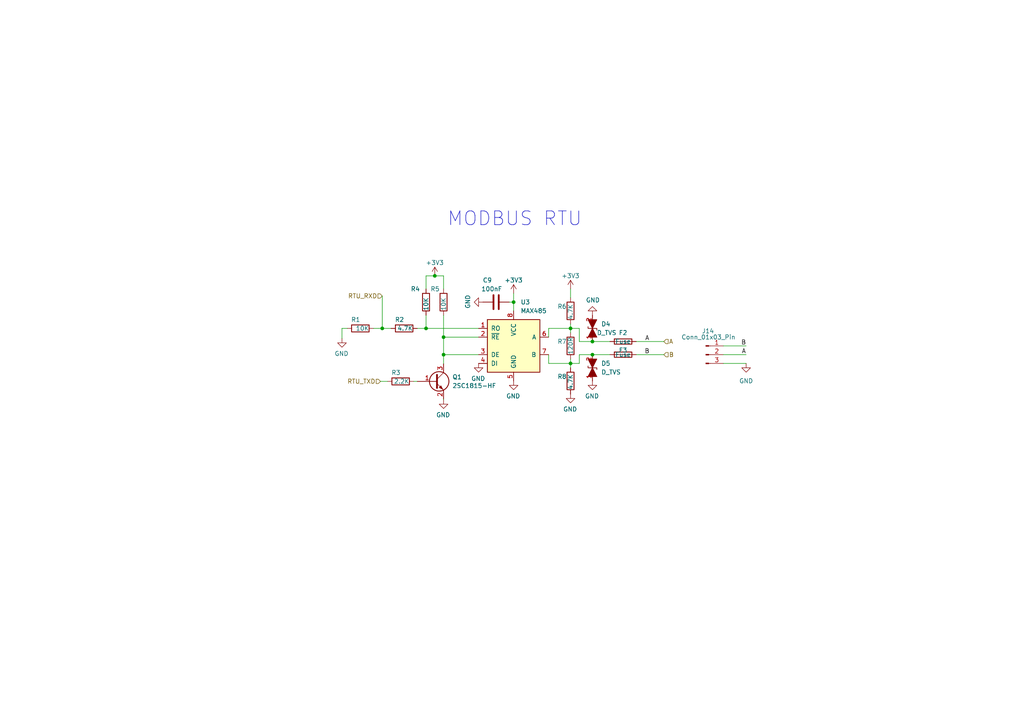
<source format=kicad_sch>
(kicad_sch (version 20230121) (generator eeschema)
  (paper "A4")
  (lib_symbols
    (symbol "Connector:Conn_01x03_Pin" (pin_names (offset 1.016) hide)
      (property "Reference" "J" (at 0 5.08 0))
      (property "Value" "Conn_01x03_Pin" (at 0 -5.08 0))
      (symbol "Conn_01x03_Pin_1_1"
        (polyline (pts (xy 1.27 -2.54) (xy 0.8636 -2.54)) (stroke (width 0.1524)))
        (polyline (pts (xy 1.27 0) (xy 0.8636 0)) (stroke (width 0.1524)))
        (polyline (pts (xy 1.27 2.54) (xy 0.8636 2.54)) (stroke (width 0.1524)))
        (rectangle (start 0.8636 -2.413) (end 0 -2.667) (stroke (width 0.1524)) (fill (type outline)))
        (rectangle (start 0.8636 0.127) (end 0 -0.127) (stroke (width 0.1524)) (fill (type outline)))
        (rectangle (start 0.8636 2.667) (end 0 2.413) (stroke (width 0.1524)) (fill (type outline)))
        (pin passive line (at 5.08 2.54 180) (length 3.81) (name "Pin_1") (number "1"))
        (pin passive line (at 5.08 0 180) (length 3.81) (name "Pin_2") (number "2"))
        (pin passive line (at 5.08 -2.54 180) (length 3.81) (name "Pin_3") (number "3"))
      )
    )
    (symbol "Device:C" (pin_numbers hide) (pin_names (offset 0.254))
      (property "Reference" "C" (at 0.635 2.54 0))
      (property "Value" "C" (at 0.635 -2.54 0))
      (symbol "C_0_1"
        (polyline (pts (xy -2.032 -0.762) (xy 2.032 -0.762)) (stroke (width 0.508)))
        (polyline (pts (xy -2.032 0.762) (xy 2.032 0.762)) (stroke (width 0.508)))
      )
      (symbol "C_1_1"
        (pin passive line (at 0 3.81 270) (length 2.794) (name "~") (number "1"))
        (pin passive line (at 0 -3.81 90) (length 2.794) (name "~") (number "2"))
      )
    )
    (symbol "Device:Fuse" (pin_numbers hide) (pin_names (offset 0))
      (property "Reference" "F" (at 2.032 0 90))
      (property "Value" "Fuse" (at -1.905 0 90))
      (symbol "Fuse_0_1"
        (rectangle (start -0.762 -2.54) (end 0.762 2.54) (stroke (width 0.254)))
        (polyline (pts (xy 0 2.54) (xy 0 -2.54)))
      )
      (symbol "Fuse_1_1"
        (pin passive line (at 0 3.81 270) (length 1.27) (name "~") (number "1"))
        (pin passive line (at 0 -3.81 90) (length 1.27) (name "~") (number "2"))
      )
    )
    (symbol "Device:Q_NPN_BEC" (pin_names (offset 0) hide)
      (property "Reference" "Q" (at 5.08 1.27 0))
      (property "Value" "Q_NPN_BEC" (at 5.08 -1.27 0))
      (symbol "Q_NPN_BEC_0_1"
        (polyline (pts (xy 0.635 0.635) (xy 2.54 2.54)))
        (polyline (pts (xy 0.635 -0.635) (xy 2.54 -2.54) (xy 2.54 -2.54)))
        (polyline (pts (xy 0.635 1.905) (xy 0.635 -1.905) (xy 0.635 -1.905)) (stroke (width 0.508)))
        (polyline (pts (xy 1.27 -1.778) (xy 1.778 -1.27) (xy 2.286 -2.286) (xy 1.27 -1.778) (xy 1.27 -1.778)) (fill (type outline)))
        (circle (center 1.27 0) (radius 2.8194) (stroke (width 0.254)))
      )
      (symbol "Q_NPN_BEC_1_1"
        (pin input line (at -5.08 0 0) (length 5.715) (name "B") (number "1"))
        (pin passive line (at 2.54 -5.08 90) (length 2.54) (name "E") (number "2"))
        (pin passive line (at 2.54 5.08 270) (length 2.54) (name "C") (number "3"))
      )
    )
    (symbol "Device:R" (pin_numbers hide) (pin_names (offset 0))
      (property "Reference" "R" (at 2.032 0 90))
      (property "Value" "R" (at 0 0 90))
      (symbol "R_0_1"
        (rectangle (start -1.016 -2.54) (end 1.016 2.54) (stroke (width 0.254)))
      )
      (symbol "R_1_1"
        (pin passive line (at 0 3.81 270) (length 1.27) (name "~") (number "1"))
        (pin passive line (at 0 -3.81 90) (length 1.27) (name "~") (number "2"))
      )
    )
    (symbol "GND_1" (power) (pin_names (offset 0))
      (property "Value" "GND_1" (at 0 -3.81 0))
      (symbol "GND_1_0_1"
        (polyline (pts (xy 0 0) (xy 0 -1.27) (xy 1.27 -1.27) (xy 0 -2.54) (xy -1.27 -1.27) (xy 0 -1.27)))
      )
      (symbol "GND_1_1_1"
        (pin power_in line (at 0 0 270) (length 0) hide (name "GND") (number "1"))
      )
    )
    (symbol "ph_kicad_lib:D_TVS" (pin_names (offset 1.016) hide)
      (property "Reference" "D" (at 0 2.54 0))
      (property "Value" "D_TVS" (at 0 -2.54 0))
      (symbol "D_TVS_0_1"
        (polyline (pts (xy 1.27 0) (xy -1.27 0)))
        (polyline (pts (xy -2.54 -1.27) (xy 0 0) (xy -2.54 1.27) (xy -2.54 -1.27)) (stroke (width 0.2032)) (fill (type outline)))
        (polyline (pts (xy 0.508 1.27) (xy 0 1.27) (xy 0 -1.27) (xy -0.508 -1.27)) (stroke (width 0.2032)))
        (polyline (pts (xy 2.54 1.27) (xy 2.54 -1.27) (xy 0 0) (xy 2.54 1.27)) (stroke (width 0.2032)) (fill (type outline)))
      )
      (symbol "D_TVS_1_1"
        (pin passive line (at -3.81 0 0) (length 2.54) (name "A1") (number "1"))
        (pin passive line (at 3.81 0 180) (length 2.54) (name "A2") (number "2"))
      )
    )
    (symbol "ph_kicad_lib:MAX485_SMD" (pin_names (offset 1.016))
      (property "Reference" "U" (at -7.62 8.89 0))
      (property "Value" "MAX485_SMD" (at 2.54 8.89 0))
      (symbol "MAX485_SMD_0_1"
        (rectangle (start -7.62 7.62) (end 7.62 -7.62) (stroke (width 0.254)) (fill (type background)))
      )
      (symbol "MAX485_SMD_1_1"
        (pin output line (at -10.16 5.08 0) (length 2.54) (name "RO") (number "1"))
        (pin input line (at -10.16 2.54 0) (length 2.54) (name "~{RE}") (number "2"))
        (pin input line (at -10.16 -2.54 0) (length 2.54) (name "DE") (number "3"))
        (pin input line (at -10.16 -5.08 0) (length 2.54) (name "DI") (number "4"))
        (pin passive line (at 0 -10.16 90) (length 2.54) (name "GND") (number "5"))
        (pin bidirectional line (at 10.16 2.54 180) (length 2.54) (name "A") (number "6"))
        (pin bidirectional line (at 10.16 -2.54 180) (length 2.54) (name "B") (number "7"))
        (pin passive line (at 0 10.16 270) (length 2.54) (name "VCC") (number "8"))
      )
    )
    (symbol "power:+3V3" (power) (pin_names (offset 0))
      (property "Value" "+3V3" (at 0 3.556 0))
      (symbol "+3V3_0_1"
        (polyline (pts (xy -0.762 1.27) (xy 0 2.54)))
        (polyline (pts (xy 0 0) (xy 0 2.54)))
        (polyline (pts (xy 0 2.54) (xy 0.762 1.27)))
      )
      (symbol "+3V3_1_1"
        (pin power_in line (at 0 0 90) (length 0) hide (name "+3V3") (number "1"))
      )
    )
    (symbol "power:GND" (power) (pin_names (offset 0))
      (property "Value" "GND" (at 0 -3.81 0))
      (symbol "GND_0_1"
        (polyline (pts (xy 0 0) (xy 0 -1.27) (xy 1.27 -1.27) (xy 0 -2.54) (xy -1.27 -1.27) (xy 0 -1.27)))
      )
      (symbol "GND_1_1"
        (pin power_in line (at 0 0 270) (length 0) hide (name "GND") (number "1"))
      )
    )
  )
  (junction (at 126.111 80.01))
  (junction (at 128.651 97.79))
  (junction (at 171.831 102.87))
  (junction (at 128.651 102.87))
  (junction (at 110.871 95.25))
  (junction (at 171.831 99.06))
  (junction (at 165.481 105.41))
  (junction (at 165.481 95.25))
  (junction (at 123.571 95.25))
  (junction (at 148.971 87.63))
  (wire (pts (xy 148.971 85.09) (xy 148.971 87.63)))
  (wire (pts (xy 171.831 99.06) (xy 176.911 99.06)))
  (wire (pts (xy 159.131 105.41) (xy 165.481 105.41)))
  (wire (pts (xy 123.571 95.25) (xy 138.811 95.25)))
  (wire (pts (xy 159.131 97.79) (xy 159.131 95.25)))
  (wire (pts (xy 128.651 105.537) (xy 128.651 102.87)))
  (wire (pts (xy 148.971 87.63) (xy 147.701 87.63)))
  (wire (pts (xy 168.021 99.06) (xy 168.021 95.25)))
  (wire (pts (xy 165.481 104.14) (xy 165.481 105.41)))
  (wire (pts (xy 121.031 95.25) (xy 123.571 95.25)))
  (wire (pts (xy 128.651 97.79) (xy 128.651 102.87)))
  (wire (pts (xy 99.187 98.171) (xy 99.187 95.25)))
  (wire (pts (xy 209.804 102.87) (xy 216.408 102.87)))
  (wire (pts (xy 159.131 95.25) (xy 165.481 95.25)))
  (wire (pts (xy 128.651 97.79) (xy 138.811 97.79)))
  (wire (pts (xy 165.481 105.41) (xy 168.021 105.41)))
  (wire (pts (xy 110.871 85.852) (xy 110.871 95.25)))
  (wire (pts (xy 123.571 91.44) (xy 123.571 95.25)))
  (wire (pts (xy 128.651 91.44) (xy 128.651 97.79)))
  (wire (pts (xy 165.481 105.41) (xy 165.481 106.68)))
  (wire (pts (xy 128.651 115.697) (xy 128.651 115.951)))
  (wire (pts (xy 126.111 80.01) (xy 128.651 80.01)))
  (wire (pts (xy 110.363 110.617) (xy 112.395 110.617)))
  (wire (pts (xy 123.571 83.82) (xy 123.571 80.01)))
  (wire (pts (xy 120.015 110.617) (xy 121.031 110.617)))
  (wire (pts (xy 110.871 95.25) (xy 113.411 95.25)))
  (wire (pts (xy 176.911 102.87) (xy 171.831 102.87)))
  (wire (pts (xy 165.481 95.25) (xy 168.021 95.25)))
  (wire (pts (xy 99.187 95.25) (xy 100.711 95.25)))
  (wire (pts (xy 128.651 80.01) (xy 128.651 83.82)))
  (wire (pts (xy 148.971 90.17) (xy 148.971 87.63)))
  (wire (pts (xy 165.481 93.98) (xy 165.481 95.25)))
  (wire (pts (xy 128.651 102.87) (xy 138.811 102.87)))
  (wire (pts (xy 168.021 102.87) (xy 168.021 105.41)))
  (wire (pts (xy 108.331 95.25) (xy 110.871 95.25)))
  (wire (pts (xy 209.804 105.41) (xy 216.408 105.41)))
  (wire (pts (xy 184.531 102.87) (xy 192.532 102.87)))
  (wire (pts (xy 209.804 100.33) (xy 216.408 100.33)))
  (wire (pts (xy 123.571 80.01) (xy 126.111 80.01)))
  (wire (pts (xy 184.531 99.06) (xy 192.532 99.06)))
  (wire (pts (xy 171.831 99.06) (xy 168.021 99.06)))
  (wire (pts (xy 159.131 105.41) (xy 159.131 102.87)))
  (wire (pts (xy 165.481 95.25) (xy 165.481 96.52)))
  (wire (pts (xy 171.831 102.87) (xy 168.021 102.87)))
  (wire (pts (xy 165.481 83.82) (xy 165.481 86.36)))
  (text "MODBUS RTU" (at 129.667 65.913 0) (effects (font (size 4 4)) (justify left bottom)))
  (label "A" (at 187.071 99.06 0))
  (label "B" (at 214.948 100.33 0))
  (label "A" (at 215.0967 102.87 0))
  (label "B" (at 186.944 102.87 0))
  (hierarchical_label "RTU_TXD" (shape input) (at 110.363 110.617 180))
  (hierarchical_label "A" (shape input) (at 192.532 99.06 0))
  (hierarchical_label "B" (shape input) (at 192.532 102.87 0))
  (hierarchical_label "RTU_RXD" (shape input) (at 110.871 85.852 180))
  (symbol (lib_id "Device:R") (at 165.481 110.49 0) (unit 1)
    (property "Reference" "R8" (at 161.671 109.22 0) (effects (justify left)))
    (property "Value" "4.7K" (at 165.481 113.03 90) (effects (justify left)))
    (property "Footprint" "Resistor_SMD:R_0805_2012Metric" (effects hide))
    (instances (project "Esp32_Modbus_Relay_hw_V2" (path "" (reference "R8") (unit 1))) (project "ph_node_sensor_modbus_rtu_temp_humi_tvoc_eco2_hw" (path "" (reference "R16") (unit 1))) (project "ph_portable_refrigerator_v2_hw" (path "" (reference "R55") (unit 1))))
  )
  (symbol (lib_id "Device:R") (at 123.571 87.63 0) (unit 1)
    (property "Reference" "R4" (at 119.126 83.82 0) (effects (justify left)))
    (property "Value" "10K" (at 123.571 90.17 90) (effects (justify left)))
    (property "Footprint" "Resistor_SMD:R_0805_2012Metric" (effects hide))
    (instances (project "Esp32_Modbus_Relay_hw_V2" (path "" (reference "R4") (unit 1))) (project "ph_node_sensor_modbus_rtu_temp_humi_tvoc_eco2_hw" (path "" (reference "R12") (unit 1))) (project "ph_portable_refrigerator_v2_hw" (path "" (reference "R51") (unit 1))))
  )
  (symbol (lib_id "power:GND") (at 138.811 105.41 0) (mirror y) (unit 1)
    (property "Reference" "#PWR034" (effects hide))
    (property "Value" "GND" (at 138.684 109.8042 0))
    (instances (project "Esp32_Presence_Sensor_hw" (path "" (reference "#PWR034") (unit 1))) (project "Esp32_Modbus_Relay_hw_V2" (path "" (reference "#PWR018") (unit 1))) (project "ph_portable_refrigerator_v2_hw" (path "" (reference "#PWR0122") (unit 1))))
  )
  (symbol (lib_id "ph_kicad_lib:D_TVS") (at 171.831 95.25 90) (unit 1)
    (property "Reference" "D4" (at 174.371 93.9799 90) (effects (justify right)))
    (property "Value" "D_TVS" (at 173.101 96.52 90) (effects (justify right)))
    (property "Footprint" "Diode_SMD:D_SMA" (effects hide))
    (property "Desc" "TVS DIODE 36VWM 58.1VC SMA" (effects hide))
    (property "Link" "https://thegioiic.com/products/smaj36a" (effects hide))
    (instances (project "Esp32_Modbus_Relay_hw_V2" (path "" (reference "D4") (unit 1))) (project "ph_node_sensor_modbus_rtu_temp_humi_tvoc_eco2_hw" (path "" (reference "D4") (unit 1))) (project "ph_portable_refrigerator_v2_hw" (path "" (reference "D10") (unit 1))))
  )
  (symbol (lib_id "Device:R") (at 165.481 100.33 0) (unit 1)
    (property "Reference" "R7" (at 161.671 99.06 0) (effects (justify left)))
    (property "Value" "120R" (at 165.481 102.87 90) (effects (justify left)))
    (property "Footprint" "Resistor_SMD:R_0805_2012Metric" (effects hide))
    (instances (project "Esp32_Modbus_Relay_hw_V2" (path "" (reference "R7") (unit 1))) (project "ph_node_sensor_modbus_rtu_temp_humi_tvoc_eco2_hw" (path "" (reference "R15") (unit 1))) (project "ph_portable_refrigerator_v2_hw" (path "" (reference "R54") (unit 1))))
  )
  (symbol (lib_id "power:GND") (at 171.831 91.44 0) (mirror x) (unit 1)
    (property "Reference" "#PWR034" (effects hide))
    (property "Value" "GND" (at 171.958 87.0458 0))
    (instances (project "Esp32_Presence_Sensor_hw" (path "" (reference "#PWR034") (unit 1))) (project "Esp32_Modbus_Relay_hw_V2" (path "" (reference "#PWR023") (unit 1))) (project "ph_portable_refrigerator_v2_hw" (path "" (reference "#PWR0128") (unit 1))))
  )
  (symbol (lib_name "GND_1") (lib_id "power:GND") (at 216.408 105.41 0) (unit 1)
    (property "Reference" "#PWR0130" (effects hide))
    (property "Value" "GND" (at 216.408 110.49 0))
  )
  (symbol (lib_id "power:GND") (at 99.187 98.171 0) (mirror y) (unit 1)
    (property "Reference" "#PWR034" (effects hide))
    (property "Value" "GND" (at 99.06 102.5652 0))
    (instances (project "Esp32_Presence_Sensor_hw" (path "" (reference "#PWR034") (unit 1))) (project "Esp32_Modbus_Relay_hw_V2" (path "" (reference "#PWR08") (unit 1))) (project "ph_portable_refrigerator_v2_hw" (path "" (reference "#PWR0119") (unit 1))))
  )
  (symbol (lib_id "Connector:Conn_01x03_Pin") (at 204.724 102.87 0) (unit 1)
    (property "Reference" "J14" (at 205.359 96.012 0))
    (property "Value" "Conn_01x03_Pin" (at 205.486 97.79 0))
    (property "Footprint" "Connector_JST:JST_EH_S3B-EH_1x03_P2.50mm_Horizontal" (effects hide))
  )
  (symbol (lib_id "power:+3V3") (at 165.481 83.82 0) (unit 1)
    (property "Reference" "#PWR0107" (effects hide))
    (property "Value" "+3V3" (at 165.481 80.01 0))
  )
  (symbol (lib_id "power:+3V3") (at 148.971 85.09 0) (unit 1)
    (property "Reference" "#PWR037" (effects hide))
    (property "Value" "+3V3" (at 148.971 81.28 0))
  )
  (symbol (lib_id "power:GND") (at 148.971 110.49 0) (mirror y) (unit 1)
    (property "Reference" "#PWR034" (effects hide))
    (property "Value" "GND" (at 148.844 114.8842 0))
    (instances (project "Esp32_Presence_Sensor_hw" (path "" (reference "#PWR034") (unit 1))) (project "Esp32_Modbus_Relay_hw_V2" (path "" (reference "#PWR017") (unit 1))) (project "ph_portable_refrigerator_v2_hw" (path "" (reference "#PWR0125") (unit 1))))
  )
  (symbol (lib_id "Device:C") (at 143.891 87.63 90) (unit 1)
    (property "Reference" "C9" (at 141.351 81.28 90))
    (property "Value" "100nF" (at 142.621 83.82 90))
    (property "Footprint" "Capacitor_SMD:C_0805_2012Metric" (effects hide))
    (instances (project "Esp32_Modbus_Relay_hw_V2" (path "" (reference "C9") (unit 1))) (project "ph_node_sensor_modbus_rtu_temp_humi_tvoc_eco2_hw" (path "" (reference "C24") (unit 1))) (project "ph_portable_refrigerator_v2_hw" (path "" (reference "C40") (unit 1))))
  )
  (symbol (lib_id "power:GND") (at 140.081 87.63 270) (mirror x) (unit 1)
    (property "Reference" "#PWR034" (effects hide))
    (property "Value" "GND" (at 135.6868 87.503 0))
    (instances (project "Esp32_Presence_Sensor_hw" (path "" (reference "#PWR034") (unit 1))) (project "Esp32_Modbus_Relay_hw_V2" (path "" (reference "#PWR024") (unit 1))) (project "ph_portable_refrigerator_v2_hw" (path "" (reference "#PWR0123") (unit 1))))
  )
  (symbol (lib_id "power:GND") (at 165.481 114.3 0) (mirror y) (unit 1)
    (property "Reference" "#PWR034" (effects hide))
    (property "Value" "GND" (at 165.354 118.6942 0))
    (instances (project "Esp32_Presence_Sensor_hw" (path "" (reference "#PWR034") (unit 1))) (project "Esp32_Modbus_Relay_hw_V2" (path "" (reference "#PWR019") (unit 1))) (project "ph_portable_refrigerator_v2_hw" (path "" (reference "#PWR0127") (unit 1))))
  )
  (symbol (lib_id "Device:R") (at 165.481 90.17 0) (unit 1)
    (property "Reference" "R6" (at 161.671 88.9 0) (effects (justify left)))
    (property "Value" "4.7K" (at 165.481 92.71 90) (effects (justify left)))
    (property "Footprint" "Resistor_SMD:R_0805_2012Metric" (effects hide))
    (instances (project "Esp32_Modbus_Relay_hw_V2" (path "" (reference "R6") (unit 1))) (project "ph_node_sensor_modbus_rtu_temp_humi_tvoc_eco2_hw" (path "" (reference "R14") (unit 1))) (project "ph_portable_refrigerator_v2_hw" (path "" (reference "R53") (unit 1))))
  )
  (symbol (lib_id "Device:Q_NPN_BEC") (at 126.111 110.617 0) (unit 1)
    (property "Reference" "Q1" (at 131.191 109.3469 0) (effects (justify left)))
    (property "Value" "2SC1815-HF" (at 131.191 111.8869 0) (effects (justify left)))
    (property "Footprint" "Package_TO_SOT_SMD:SOT-23" (effects hide))
    (instances (project "Esp32_Modbus_Relay_hw_V2" (path "" (reference "Q1") (unit 1))) (project "ph_node_sensor_modbus_rtu_temp_humi_tvoc_eco2_hw" (path "" (reference "Q1") (unit 1))) (project "ph_portable_refrigerator_v2_hw" (path "" (reference "Q9") (unit 1))))
  )
  (symbol (lib_id "Device:R") (at 117.221 95.25 90) (unit 1)
    (property "Reference" "R2" (at 117.221 92.71 90) (effects (justify left)))
    (property "Value" "4.7K" (at 119.761 95.25 90) (effects (justify left)))
    (property "Footprint" "Resistor_SMD:R_0805_2012Metric" (effects hide))
    (instances (project "Esp32_Modbus_Relay_hw_V2" (path "" (reference "R2") (unit 1))) (project "ph_node_sensor_modbus_rtu_temp_humi_tvoc_eco2_hw" (path "" (reference "R10") (unit 1))) (project "ph_portable_refrigerator_v2_hw" (path "" (reference "R49") (unit 1))))
  )
  (symbol (lib_id "power:GND") (at 171.831 110.49 0) (mirror y) (unit 1)
    (property "Reference" "#PWR034" (effects hide))
    (property "Value" "GND" (at 171.704 114.8842 0))
    (instances (project "Esp32_Presence_Sensor_hw" (path "" (reference "#PWR034") (unit 1))) (project "Esp32_Modbus_Relay_hw_V2" (path "" (reference "#PWR021") (unit 1))) (project "ph_portable_refrigerator_v2_hw" (path "" (reference "#PWR0129") (unit 1))))
  )
  (symbol (lib_id "Device:R") (at 116.205 110.617 90) (unit 1)
    (property "Reference" "R3" (at 116.205 108.077 90) (effects (justify left)))
    (property "Value" "2.2K" (at 118.745 110.617 90) (effects (justify left)))
    (property "Footprint" "Resistor_SMD:R_0805_2012Metric" (effects hide))
    (instances (project "Esp32_Modbus_Relay_hw_V2" (path "" (reference "R3") (unit 1))) (project "ph_node_sensor_modbus_rtu_temp_humi_tvoc_eco2_hw" (path "" (reference "R11") (unit 1))) (project "ph_portable_refrigerator_v2_hw" (path "" (reference "R50") (unit 1))))
  )
  (symbol (lib_id "Device:Fuse") (at 180.721 102.87 90) (unit 1)
    (property "Reference" "F3" (at 180.721 101.6 90))
    (property "Value" "Fuse" (at 180.721 102.87 90))
    (property "Footprint" "Lib_Hien:Fuse_SMD_1812" (effects hide))
    (instances (project "Esp32_Modbus_Relay_hw_V2" (path "" (reference "F3") (unit 1))) (project "ph_node_sensor_modbus_rtu_temp_humi_tvoc_eco2_hw" (path "" (reference "F3") (unit 1))) (project "ph_portable_refrigerator_v2_hw" (path "" (reference "F2") (unit 1))))
  )
  (symbol (lib_id "ph_kicad_lib:D_TVS") (at 171.831 106.68 90) (unit 1)
    (property "Reference" "D5" (at 174.371 105.4099 90) (effects (justify right)))
    (property "Value" "D_TVS" (at 174.371 107.9499 90) (effects (justify right)))
    (property "Footprint" "Diode_SMD:D_SMA" (effects hide))
    (property "Desc" "TVS DIODE 36VWM 58.1VC SMA" (effects hide))
    (property "Link" "https://thegioiic.com/products/smaj36a" (effects hide))
    (instances (project "Esp32_Modbus_Relay_hw_V2" (path "" (reference "D5") (unit 1))) (project "ph_node_sensor_modbus_rtu_temp_humi_tvoc_eco2_hw" (path "" (reference "D5") (unit 1))) (project "ph_portable_refrigerator_v2_hw" (path "" (reference "D11") (unit 1))))
  )
  (symbol (lib_id "Device:Fuse") (at 180.721 99.06 90) (unit 1)
    (property "Reference" "F2" (at 180.721 96.52 90))
    (property "Value" "Fuse" (at 180.721 99.06 90))
    (property "Footprint" "Lib_Hien:Fuse_SMD_1812" (effects hide))
    (instances (project "Esp32_Modbus_Relay_hw_V2" (path "" (reference "F2") (unit 1))) (project "ph_node_sensor_modbus_rtu_temp_humi_tvoc_eco2_hw" (path "" (reference "F2") (unit 1))) (project "ph_portable_refrigerator_v2_hw" (path "" (reference "F1") (unit 1))))
  )
  (symbol (lib_id "Device:R") (at 128.651 87.63 0) (unit 1)
    (property "Reference" "R5" (at 124.841 83.82 0) (effects (justify left)))
    (property "Value" "10K" (at 128.651 90.17 90) (effects (justify left)))
    (property "Footprint" "Resistor_SMD:R_0805_2012Metric" (effects hide))
    (instances (project "Esp32_Modbus_Relay_hw_V2" (path "" (reference "R5") (unit 1))) (project "ph_node_sensor_modbus_rtu_temp_humi_tvoc_eco2_hw" (path "" (reference "R13") (unit 1))) (project "ph_portable_refrigerator_v2_hw" (path "" (reference "R52") (unit 1))))
  )
  (symbol (lib_id "ph_kicad_lib:MAX485_SMD") (at 148.971 100.33 0) (unit 1)
    (property "Reference" "U3" (at 150.9904 87.63 0) (effects (justify left)))
    (property "Value" "MAX485" (at 150.9904 90.17 0) (effects (justify left)))
    (property "Footprint" "Package_SO:SO-8_3.9x4.9mm_P1.27mm" (effects hide))
    (property "Desc" "IC TXRX RS485/RS422 8-SOIC" (effects hide))
    (property "Link" "https://thegioiic.com/products/max485csa-t" (effects hide))
    (instances (project "Esp32_Modbus_Relay_hw_V2" (path "" (reference "U3") (unit 1))) (project "ph_node_sensor_modbus_rtu_temp_humi_tvoc_eco2_hw" (path "" (reference "U7") (unit 1))) (project "ph_portable_refrigerator_v2_hw" (path "" (reference "U10") (unit 1))))
  )
  (symbol (lib_id "Device:R") (at 104.521 95.25 90) (unit 1)
    (property "Reference" "R1" (at 104.521 92.71 90) (effects (justify left)))
    (property "Value" "10K" (at 107.061 95.25 90) (effects (justify left)))
    (property "Footprint" "Resistor_SMD:R_0805_2012Metric" (effects hide))
    (instances (project "Esp32_Modbus_Relay_hw_V2" (path "" (reference "R1") (unit 1))) (project "ph_node_sensor_modbus_rtu_temp_humi_tvoc_eco2_hw" (path "" (reference "R9") (unit 1))) (project "ph_portable_refrigerator_v2_hw" (path "" (reference "R48") (unit 1))))
  )
  (symbol (lib_id "power:GND") (at 128.651 115.951 0) (mirror y) (unit 1)
    (property "Reference" "#PWR034" (effects hide))
    (property "Value" "GND" (at 128.524 120.3452 0))
    (instances (project "Esp32_Presence_Sensor_hw" (path "" (reference "#PWR034") (unit 1))) (project "Esp32_Modbus_Relay_hw_V2" (path "" (reference "#PWR015") (unit 1))) (project "ph_portable_refrigerator_v2_hw" (path "" (reference "#PWR0121") (unit 1))))
  )
  (symbol (lib_id "power:+3V3") (at 126.111 80.01 0) (unit 1)
    (property "Reference" "#PWR036" (effects hide))
    (property "Value" "+3V3" (at 126.111 76.2 0))
  )
)
</source>
